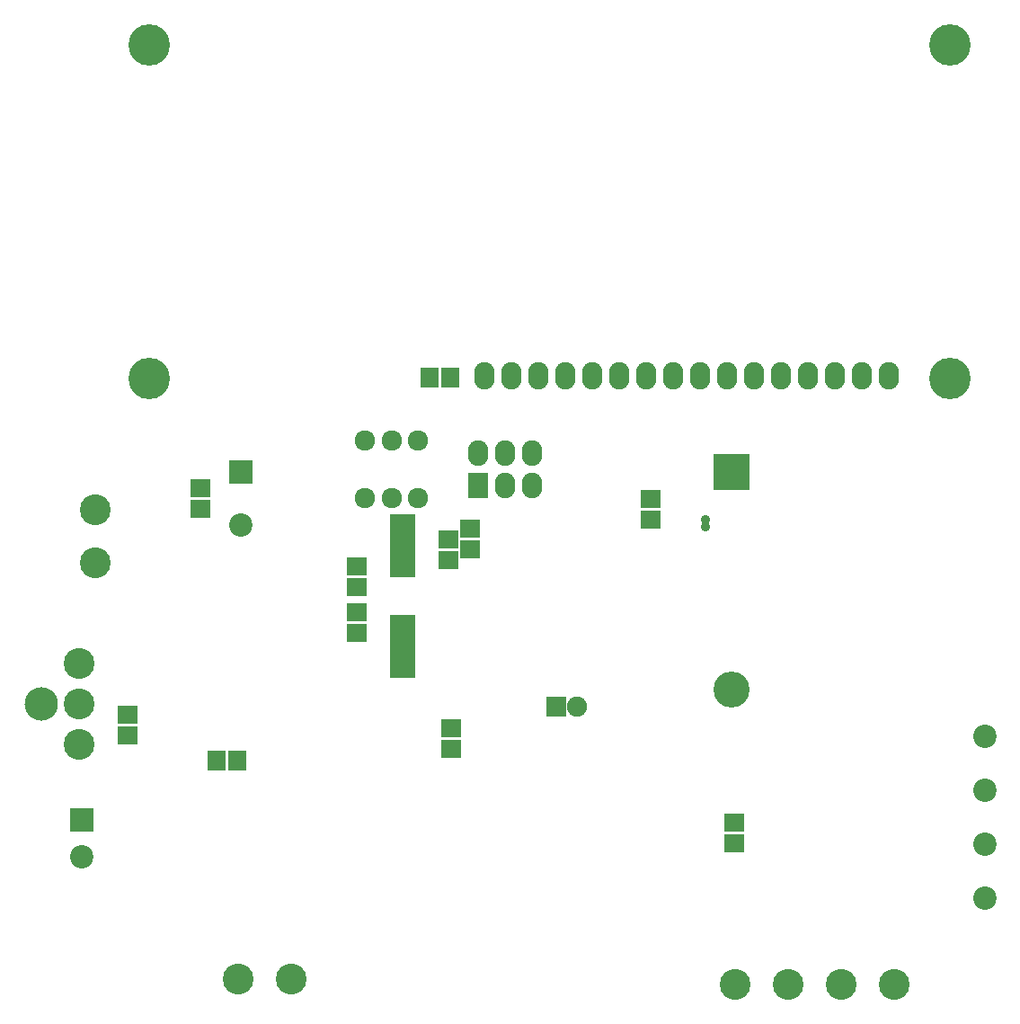
<source format=gbr>
G04 #@! TF.FileFunction,Soldermask,Bot*
%FSLAX46Y46*%
G04 Gerber Fmt 4.6, Leading zero omitted, Abs format (unit mm)*
G04 Created by KiCad (PCBNEW 4.0.6) date 07/04/17 11:24:05*
%MOMM*%
%LPD*%
G01*
G04 APERTURE LIST*
%ADD10C,0.100000*%
%ADD11C,3.399740*%
%ADD12R,3.397200X3.397200*%
%ADD13R,1.898600X1.700480*%
%ADD14R,2.200000X2.200000*%
%ADD15C,2.200000*%
%ADD16R,1.700480X1.898600*%
%ADD17C,3.900000*%
%ADD18O,1.900000X2.600000*%
%ADD19C,2.900000*%
%ADD20R,1.924000X2.398980*%
%ADD21O,1.924000X2.398980*%
%ADD22C,2.899360*%
%ADD23C,3.148280*%
%ADD24C,1.924000*%
%ADD25R,2.398980X5.899100*%
%ADD26O,0.900000X0.900000*%
%ADD27R,1.900000X1.900000*%
%ADD28C,1.900000*%
G04 APERTURE END LIST*
D10*
D11*
X87122000Y-85039200D03*
D12*
X87122000Y-64541400D03*
D13*
X60452000Y-72834500D03*
X60452000Y-70929500D03*
X51816000Y-73469500D03*
X51816000Y-75374500D03*
X62484000Y-71818500D03*
X62484000Y-69913500D03*
X51816000Y-79692500D03*
X51816000Y-77787500D03*
D14*
X40894000Y-64556000D03*
D15*
X40894000Y-69556000D03*
D13*
X37084000Y-66103500D03*
X37084000Y-68008500D03*
X79502000Y-69024500D03*
X79502000Y-67119500D03*
X30226000Y-89344500D03*
X30226000Y-87439500D03*
D14*
X25908000Y-97310000D03*
D15*
X25908000Y-100810000D03*
D13*
X60706000Y-88709500D03*
X60706000Y-90614500D03*
X87376000Y-97599500D03*
X87376000Y-99504500D03*
D16*
X38671500Y-91694000D03*
X40576500Y-91694000D03*
D17*
X107700000Y-55700000D03*
X32300000Y-55700000D03*
X32300000Y-24300000D03*
X107700000Y-24300000D03*
D18*
X102000000Y-55500000D03*
X99460000Y-55500000D03*
X96920000Y-55500000D03*
X94380000Y-55500000D03*
X91840000Y-55500000D03*
X89300000Y-55500000D03*
X86760000Y-55500000D03*
X84220000Y-55500000D03*
X81680000Y-55500000D03*
X79140000Y-55500000D03*
X76600000Y-55500000D03*
X74060000Y-55500000D03*
X71520000Y-55500000D03*
X68980000Y-55500000D03*
X66440000Y-55500000D03*
X63900000Y-55500000D03*
D19*
X102496000Y-112776000D03*
X97496000Y-112776000D03*
X87496000Y-112776000D03*
X92496000Y-112776000D03*
D20*
X63246000Y-65780920D03*
D21*
X63246000Y-62743080D03*
X65786000Y-65780920D03*
X65786000Y-62743080D03*
X68326000Y-65780920D03*
X68326000Y-62743080D03*
D19*
X40680000Y-112268000D03*
X45680000Y-112268000D03*
D16*
X60642500Y-55626000D03*
X58737500Y-55626000D03*
D15*
X110998000Y-99568000D03*
X110998000Y-94488000D03*
X110998000Y-89408000D03*
X110998000Y-104648000D03*
D22*
X25654000Y-82550000D03*
X25654000Y-86360000D03*
X25654000Y-90170000D03*
D23*
X22105620Y-86360000D03*
D24*
X57618000Y-66962000D03*
X55118000Y-66962000D03*
X52618000Y-66962000D03*
X57618000Y-61562000D03*
X55118000Y-61562000D03*
X52618000Y-61562000D03*
D25*
X56134000Y-71450200D03*
X56134000Y-80949800D03*
D26*
X84714000Y-69692000D03*
X84714000Y-68992000D03*
D27*
X70628000Y-86614000D03*
D28*
X72628000Y-86614000D03*
D19*
X27178000Y-68112000D03*
X27178000Y-73112000D03*
M02*

</source>
